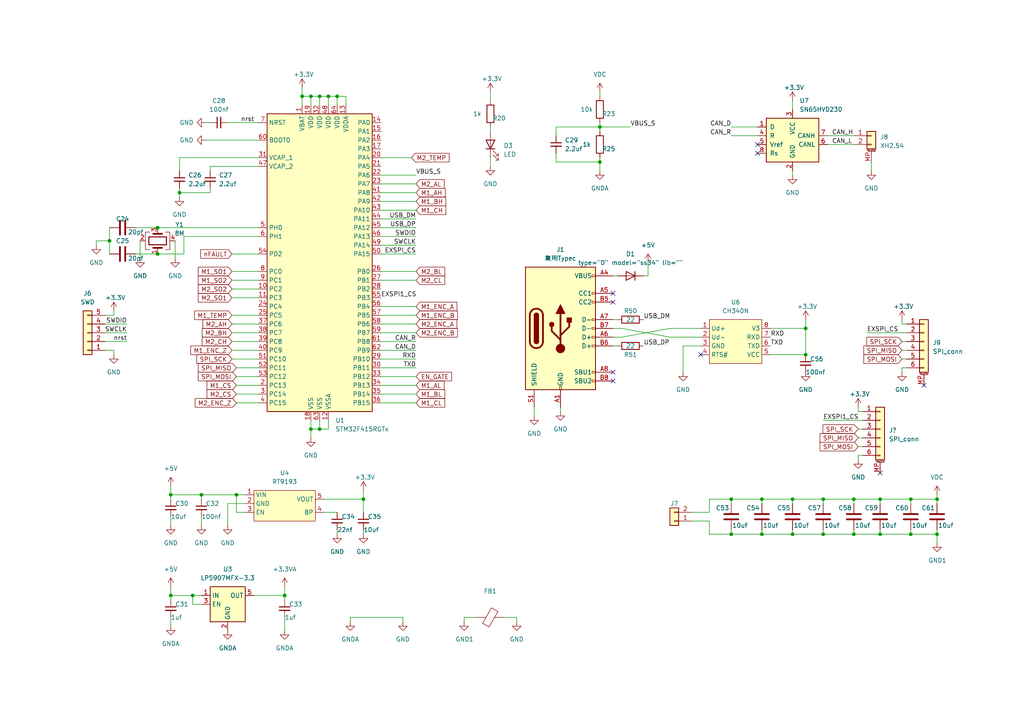
<source format=kicad_sch>
(kicad_sch (version 20211123) (generator eeschema)
  (paper "A4")
  (lib_symbols
    (symbol "Connector:USB_C_Receptacle_USB2.0" (pin_names (offset 1.016))
      (property "Reference" "J" (at -10.16 19.05 0))
      (property "Value" "USB_C_Receptacle_USB2.0" (at 19.05 19.05 0))
      (symbol "USB_C_Receptacle_USB2.0_1_1"
        (pin passive line (at 0 -22.86 90) (length 5.08) (name "GND") (number "A1"))
        (pin passive line (at 0 -22.86 90) (length 5.08) hide (name "GND") (number "A12"))
        (pin passive line (at 15.24 15.24 180) (length 5.08) (name "VBUS") (number "A4"))
        (pin bidirectional line (at 15.24 10.16 180) (length 5.08) (name "CC1") (number "A5"))
        (pin bidirectional line (at 15.24 -2.54 180) (length 5.08) (name "D+") (number "A6"))
        (pin bidirectional line (at 15.24 2.54 180) (length 5.08) (name "D-") (number "A7"))
        (pin bidirectional line (at 15.24 -12.7 180) (length 5.08) (name "SBU1") (number "A8"))
        (pin passive line (at 15.24 15.24 180) (length 5.08) hide (name "VBUS") (number "A9"))
        (pin passive line (at 0 -22.86 90) (length 5.08) hide (name "GND") (number "B1"))
        (pin passive line (at 0 -22.86 90) (length 5.08) hide (name "GND") (number "B12"))
        (pin passive line (at 15.24 15.24 180) (length 5.08) hide (name "VBUS") (number "B4"))
        (pin bidirectional line (at 15.24 7.62 180) (length 5.08) (name "CC2") (number "B5"))
        (pin bidirectional line (at 15.24 -5.08 180) (length 5.08) (name "D+") (number "B6"))
        (pin bidirectional line (at 15.24 0 180) (length 5.08) (name "D-") (number "B7"))
        (pin bidirectional line (at 15.24 -15.24 180) (length 5.08) (name "SBU2") (number "B8"))
        (pin passive line (at 15.24 15.24 180) (length 5.08) hide (name "VBUS") (number "B9"))
        (pin passive line (at -7.62 -22.86 90) (length 5.08) (name "SHIELD") (number "S1"))
      )
    )
    (symbol "Connector_Generic:Conn_01x02" (pin_names (offset 1.016) hide)
      (property "Reference" "J" (at 0 2.54 0))
      (property "Value" "Conn_01x02" (at 0 -5.08 0))
      (symbol "Conn_01x02_1_1"
        (pin passive line (at -5.08 0 0) (length 3.81) (name "Pin_1") (number "1"))
        (pin passive line (at -5.08 -2.54 0) (length 3.81) (name "Pin_2") (number "2"))
      )
    )
    (symbol "Connector_Generic:Conn_01x05" (pin_names (offset 1.016) hide)
      (property "Reference" "J" (at 0 7.62 0))
      (property "Value" "Conn_01x05" (at 0 -7.62 0))
      (symbol "Conn_01x05_1_1"
        (pin passive line (at -5.08 5.08 0) (length 3.81) (name "Pin_1") (number "1"))
        (pin passive line (at -5.08 2.54 0) (length 3.81) (name "Pin_2") (number "2"))
        (pin passive line (at -5.08 0 0) (length 3.81) (name "Pin_3") (number "3"))
        (pin passive line (at -5.08 -2.54 0) (length 3.81) (name "Pin_4") (number "4"))
        (pin passive line (at -5.08 -5.08 0) (length 3.81) (name "Pin_5") (number "5"))
      )
    )
    (symbol "Connector_Generic_MountingPin:Conn_01x02_MountingPin" (pin_names (offset 1.016) hide)
      (property "Reference" "J" (at 0 2.54 0))
      (property "Value" "Conn_01x02_MountingPin" (at 1.27 -5.08 0))
      (symbol "Conn_01x02_MountingPin_1_1"
        (text "Mounting" (at 0 -4.191 0) (effects (font (size 0.381 0.381))))
        (pin passive line (at -5.08 0 0) (length 3.81) (name "Pin_1") (number "1"))
        (pin passive line (at -5.08 -2.54 0) (length 3.81) (name "Pin_2") (number "2"))
        (pin passive line (at 0 -7.62 90) (length 3.048) (name "MountPin") (number "MP"))
      )
    )
    (symbol "Connector_Generic_MountingPin:Conn_01x06_MountingPin" (pin_names (offset 1.016) hide)
      (property "Reference" "J" (at 0 7.62 0))
      (property "Value" "Conn_01x06_MountingPin" (at 1.27 -10.16 0))
      (symbol "Conn_01x06_MountingPin_1_1"
        (text "Mounting" (at 0 -9.271 0) (effects (font (size 0.381 0.381))))
        (pin passive line (at -5.08 5.08 0) (length 3.81) (name "Pin_1") (number "1"))
        (pin passive line (at -5.08 2.54 0) (length 3.81) (name "Pin_2") (number "2"))
        (pin passive line (at -5.08 0 0) (length 3.81) (name "Pin_3") (number "3"))
        (pin passive line (at -5.08 -2.54 0) (length 3.81) (name "Pin_4") (number "4"))
        (pin passive line (at -5.08 -5.08 0) (length 3.81) (name "Pin_5") (number "5"))
        (pin passive line (at -5.08 -7.62 0) (length 3.81) (name "Pin_6") (number "6"))
        (pin passive line (at 0 -12.7 90) (length 3.048) (name "MountPin") (number "MP"))
      )
    )
    (symbol "Device:C" (pin_numbers hide) (pin_names (offset 0.254))
      (property "Reference" "C" (at 0.635 2.54 0))
      (property "Value" "C" (at 0.635 -2.54 0))
      (symbol "C_1_1"
        (pin passive line (at 0 3.81 270) (length 2.794) (name "~") (number "1"))
        (pin passive line (at 0 -3.81 90) (length 2.794) (name "~") (number "2"))
      )
    )
    (symbol "Device:C_Small" (pin_numbers hide) (pin_names (offset 0.254) hide)
      (property "Reference" "C" (at 0.254 1.778 0))
      (property "Value" "C_Small" (at 0.254 -2.032 0))
      (symbol "C_Small_1_1"
        (pin passive line (at 0 2.54 270) (length 2.032) (name "~") (number "1"))
        (pin passive line (at 0 -2.54 90) (length 2.032) (name "~") (number "2"))
      )
    )
    (symbol "Device:Crystal_GND24" (pin_names (offset 1.016) hide)
      (property "Reference" "Y" (at 3.175 5.08 0))
      (property "Value" "Crystal_GND24" (at 3.175 3.175 0))
      (symbol "Crystal_GND24_1_1"
        (pin passive line (at -3.81 0 0) (length 1.27) (name "1") (number "1"))
        (pin passive line (at 0 5.08 270) (length 1.27) (name "2") (number "2"))
        (pin passive line (at 3.81 0 180) (length 1.27) (name "3") (number "3"))
        (pin passive line (at 0 -5.08 90) (length 1.27) (name "4") (number "4"))
      )
    )
    (symbol "Device:FerriteBead" (pin_numbers hide) (pin_names (offset 0))
      (property "Reference" "FB" (at -3.81 0.635 90))
      (property "Value" "FerriteBead" (at 3.81 0 90))
      (symbol "FerriteBead_1_1"
        (pin passive line (at 0 3.81 270) (length 2.54) (name "~") (number "1"))
        (pin passive line (at 0 -3.81 90) (length 2.54) (name "~") (number "2"))
      )
    )
    (symbol "Device:LED" (pin_numbers hide) (pin_names (offset 1.016) hide)
      (property "Reference" "D" (at 0 2.54 0))
      (property "Value" "LED" (at 0 -2.54 0))
      (symbol "LED_1_1"
        (pin passive line (at -3.81 0 0) (length 2.54) (name "K") (number "1"))
        (pin passive line (at 3.81 0 180) (length 2.54) (name "A") (number "2"))
      )
    )
    (symbol "Device:R" (pin_numbers hide) (pin_names (offset 0))
      (property "Reference" "R" (at 2.032 0 90))
      (property "Value" "R" (at 0 0 90))
      (symbol "R_1_1"
        (pin passive line (at 0 3.81 270) (length 1.27) (name "~") (number "1"))
        (pin passive line (at 0 -3.81 90) (length 1.27) (name "~") (number "2"))
      )
    )
    (symbol "Interface_CAN_LIN:SN65HVD230" (pin_names (offset 1.016))
      (property "Reference" "U" (at -2.54 10.16 0))
      (property "Value" "SN65HVD230" (at -2.54 7.62 0))
      (symbol "SN65HVD230_1_1"
        (pin input line (at -10.16 2.54 0) (length 2.54) (name "D") (number "1"))
        (pin power_in line (at 0 -10.16 90) (length 2.54) (name "GND") (number "2"))
        (pin power_in line (at 0 7.62 270) (length 2.54) (name "VCC") (number "3"))
        (pin output line (at -10.16 0 0) (length 2.54) (name "R") (number "4"))
        (pin output line (at -10.16 -2.54 0) (length 2.54) (name "Vref") (number "5"))
        (pin bidirectional line (at 10.16 -2.54 180) (length 2.54) (name "CANL") (number "6"))
        (pin bidirectional line (at 10.16 0 180) (length 2.54) (name "CANH") (number "7"))
        (pin input line (at -10.16 -5.08 0) (length 2.54) (name "Rs") (number "8"))
      )
    )
    (symbol "MCU_ST_STM32F4:STM32F415RGTx"
      (property "Reference" "U" (at -15.24 44.45 0))
      (property "Value" "STM32F415RGTx" (at 10.16 44.45 0))
      (symbol "STM32F415RGTx_1_1"
        (pin power_in line (at -5.08 45.72 270) (length 2.54) (name "VBAT") (number "1"))
        (pin bidirectional line (at -17.78 -7.62 0) (length 2.54) (name "PC2") (number "10"))
        (pin bidirectional line (at -17.78 -10.16 0) (length 2.54) (name "PC3") (number "11"))
        (pin power_in line (at 2.54 -45.72 90) (length 2.54) (name "VSSA") (number "12"))
        (pin power_in line (at 7.62 45.72 270) (length 2.54) (name "VDDA") (number "13"))
        (pin bidirectional line (at 17.78 40.64 180) (length 2.54) (name "PA0") (number "14"))
        (pin bidirectional line (at 17.78 38.1 180) (length 2.54) (name "PA1") (number "15"))
        (pin bidirectional line (at 17.78 35.56 180) (length 2.54) (name "PA2") (number "16"))
        (pin bidirectional line (at 17.78 33.02 180) (length 2.54) (name "PA3") (number "17"))
        (pin power_in line (at -2.54 -45.72 90) (length 2.54) (name "VSS") (number "18"))
        (pin power_in line (at -2.54 45.72 270) (length 2.54) (name "VDD") (number "19"))
        (pin bidirectional line (at -17.78 -35.56 0) (length 2.54) (name "PC13") (number "2"))
        (pin bidirectional line (at 17.78 30.48 180) (length 2.54) (name "PA4") (number "20"))
        (pin bidirectional line (at 17.78 27.94 180) (length 2.54) (name "PA5") (number "21"))
        (pin bidirectional line (at 17.78 25.4 180) (length 2.54) (name "PA6") (number "22"))
        (pin bidirectional line (at 17.78 22.86 180) (length 2.54) (name "PA7") (number "23"))
        (pin bidirectional line (at -17.78 -12.7 0) (length 2.54) (name "PC4") (number "24"))
        (pin bidirectional line (at -17.78 -15.24 0) (length 2.54) (name "PC5") (number "25"))
        (pin bidirectional line (at 17.78 -2.54 180) (length 2.54) (name "PB0") (number "26"))
        (pin bidirectional line (at 17.78 -5.08 180) (length 2.54) (name "PB1") (number "27"))
        (pin bidirectional line (at 17.78 -7.62 180) (length 2.54) (name "PB2") (number "28"))
        (pin bidirectional line (at 17.78 -27.94 180) (length 2.54) (name "PB10") (number "29"))
        (pin bidirectional line (at -17.78 -38.1 0) (length 2.54) (name "PC14") (number "3"))
        (pin bidirectional line (at 17.78 -30.48 180) (length 2.54) (name "PB11") (number "30"))
        (pin power_in line (at -17.78 30.48 0) (length 2.54) (name "VCAP_1") (number "31"))
        (pin power_in line (at 0 45.72 270) (length 2.54) (name "VDD") (number "32"))
        (pin bidirectional line (at 17.78 -33.02 180) (length 2.54) (name "PB12") (number "33"))
        (pin bidirectional line (at 17.78 -35.56 180) (length 2.54) (name "PB13") (number "34"))
        (pin bidirectional line (at 17.78 -38.1 180) (length 2.54) (name "PB14") (number "35"))
        (pin bidirectional line (at 17.78 -40.64 180) (length 2.54) (name "PB15") (number "36"))
        (pin bidirectional line (at -17.78 -17.78 0) (length 2.54) (name "PC6") (number "37"))
        (pin bidirectional line (at -17.78 -20.32 0) (length 2.54) (name "PC7") (number "38"))
        (pin bidirectional line (at -17.78 -22.86 0) (length 2.54) (name "PC8") (number "39"))
        (pin bidirectional line (at -17.78 -40.64 0) (length 2.54) (name "PC15") (number "4"))
        (pin bidirectional line (at -17.78 -25.4 0) (length 2.54) (name "PC9") (number "40"))
        (pin bidirectional line (at 17.78 20.32 180) (length 2.54) (name "PA8") (number "41"))
        (pin bidirectional line (at 17.78 17.78 180) (length 2.54) (name "PA9") (number "42"))
        (pin bidirectional line (at 17.78 15.24 180) (length 2.54) (name "PA10") (number "43"))
        (pin bidirectional line (at 17.78 12.7 180) (length 2.54) (name "PA11") (number "44"))
        (pin bidirectional line (at 17.78 10.16 180) (length 2.54) (name "PA12") (number "45"))
        (pin bidirectional line (at 17.78 7.62 180) (length 2.54) (name "PA13") (number "46"))
        (pin power_in line (at -17.78 27.94 0) (length 2.54) (name "VCAP_2") (number "47"))
        (pin power_in line (at 2.54 45.72 270) (length 2.54) (name "VDD") (number "48"))
        (pin bidirectional line (at 17.78 5.08 180) (length 2.54) (name "PA14") (number "49"))
        (pin input line (at -17.78 10.16 0) (length 2.54) (name "PH0") (number "5"))
        (pin bidirectional line (at 17.78 2.54 180) (length 2.54) (name "PA15") (number "50"))
        (pin bidirectional line (at -17.78 -27.94 0) (length 2.54) (name "PC10") (number "51"))
        (pin bidirectional line (at -17.78 -30.48 0) (length 2.54) (name "PC11") (number "52"))
        (pin bidirectional line (at -17.78 -33.02 0) (length 2.54) (name "PC12") (number "53"))
        (pin bidirectional line (at -17.78 2.54 0) (length 2.54) (name "PD2") (number "54"))
        (pin bidirectional line (at 17.78 -10.16 180) (length 2.54) (name "PB3") (number "55"))
        (pin bidirectional line (at 17.78 -12.7 180) (length 2.54) (name "PB4") (number "56"))
        (pin bidirectional line (at 17.78 -15.24 180) (length 2.54) (name "PB5") (number "57"))
        (pin bidirectional line (at 17.78 -17.78 180) (length 2.54) (name "PB6") (number "58"))
        (pin bidirectional line (at 17.78 -20.32 180) (length 2.54) (name "PB7") (number "59"))
        (pin input line (at -17.78 7.62 0) (length 2.54) (name "PH1") (number "6"))
        (pin input line (at -17.78 35.56 0) (length 2.54) (name "BOOT0") (number "60"))
        (pin bidirectional line (at 17.78 -22.86 180) (length 2.54) (name "PB8") (number "61"))
        (pin bidirectional line (at 17.78 -25.4 180) (length 2.54) (name "PB9") (number "62"))
        (pin power_in line (at 0 -45.72 90) (length 2.54) (name "VSS") (number "63"))
        (pin power_in line (at 5.08 45.72 270) (length 2.54) (name "VDD") (number "64"))
        (pin input line (at -17.78 40.64 0) (length 2.54) (name "NRST") (number "7"))
        (pin bidirectional line (at -17.78 -2.54 0) (length 2.54) (name "PC0") (number "8"))
        (pin bidirectional line (at -17.78 -5.08 0) (length 2.54) (name "PC1") (number "9"))
      )
    )
    (symbol "New_Library:CH340N"
      (property "Reference" "U" (at 0 -7.62 0))
      (property "Value" "CH340N" (at 0 10.16 0))
      (symbol "CH340N_1_1"
        (pin input line (at -10.16 5.08 0) (length 2.54) (name "Ud+") (number "1"))
        (pin input line (at -10.16 2.54 0) (length 2.54) (name "Ud-") (number "2"))
        (pin power_in line (at -10.16 0 0) (length 2.54) (name "GND") (number "3"))
        (pin output line (at -10.16 -2.54 0) (length 2.54) (name "RTS#") (number "4"))
        (pin power_in line (at 10.16 -2.54 180) (length 2.54) (name "VCC") (number "5"))
        (pin output line (at 10.16 0 180) (length 2.54) (name "TXD") (number "6"))
        (pin output line (at 10.16 2.54 180) (length 2.54) (name "RXD") (number "7"))
        (pin input line (at 10.16 5.08 180) (length 2.54) (name "V3") (number "8"))
      )
    )
    (symbol "New_Library:RT9193"
      (property "Reference" "U" (at 0.127 -7.62 0))
      (property "Value" "RT9193" (at 0 7.239 0))
      (symbol "RT9193_1_1"
        (pin input line (at -11.43 3.81 0) (length 2.54) (name "VIN") (number "1"))
        (pin input line (at -11.43 1.27 0) (length 2.54) (name "GND") (number "2"))
        (pin input line (at -11.43 -1.27 0) (length 2.54) (name "EN") (number "3"))
        (pin output line (at 11.43 -1.27 180) (length 2.54) (name "BP") (number "4"))
        (pin output line (at 11.43 2.54 180) (length 2.54) (name "VOUT") (number "5"))
      )
    )
    (symbol "Regulator_Linear:LP5907MFX-3.3"
      (property "Reference" "U" (at -3.81 6.35 0))
      (property "Value" "LP5907MFX-3.3" (at 6.35 6.35 0))
      (symbol "LP5907MFX-3.3_0_1"
        (pin power_in line (at -7.62 2.54 0) (length 2.54) (name "IN") (number "1"))
        (pin power_in line (at 0 -7.62 90) (length 2.54) (name "GND") (number "2"))
        (pin input line (at -7.62 0 0) (length 2.54) (name "EN") (number "3"))
        (pin no_connect line (at 5.08 0 180) (length 2.54) hide (name "NC") (number "4"))
        (pin power_out line (at 7.62 2.54 180) (length 2.54) (name "OUT") (number "5"))
      )
    )
    (symbol "Simulation_SPICE:DIODE" (pin_numbers hide) (pin_names (offset 1.016) hide)
      (property "Reference" "D" (at 0 2.54 0))
      (property "Value" "DIODE" (at 0 -2.54 0))
      (symbol "DIODE_1_1"
        (pin passive line (at -3.81 0 0) (length 2.54) (name "A") (number "1"))
        (pin passive line (at 3.81 0 180) (length 2.54) (name "K") (number "2"))
      )
    )
    (symbol "power:+3.3V" (power) (pin_names (offset 0))
      (property "Value" "+3.3V" (at 0 3.556 0))
      (symbol "+3.3V_1_1"
        (pin power_in line (at 0 0 90) (length 0) hide (name "+3.3V") (number "1"))
      )
    )
    (symbol "power:+3.3VA" (power) (pin_names (offset 0))
      (property "Value" "+3.3VA" (at 0 3.556 0))
      (symbol "+3.3VA_1_1"
        (pin power_in line (at 0 0 90) (length 0) hide (name "+3.3VA") (number "1"))
      )
    )
    (symbol "power:+5V" (power) (pin_names (offset 0))
      (property "Value" "+5V" (at 0 3.556 0))
      (symbol "+5V_1_1"
        (pin power_in line (at 0 0 90) (length 0) hide (name "+5V") (number "1"))
      )
    )
    (symbol "power:GND" (power) (pin_names (offset 0))
      (property "Value" "GND" (at 0 -3.81 0))
      (symbol "GND_1_1"
        (pin power_in line (at 0 0 270) (length 0) hide (name "GND") (number "1"))
      )
    )
    (symbol "power:GND1" (power) (pin_names (offset 0))
      (property "Value" "GND1" (at 0 -3.81 0))
      (symbol "GND1_1_1"
        (pin power_in line (at 0 0 270) (length 0) hide (name "GND1") (number "1"))
      )
    )
    (symbol "power:GNDA" (power) (pin_names (offset 0))
      (property "Value" "GNDA" (at 0 -3.81 0))
      (symbol "GNDA_1_1"
        (pin power_in line (at 0 0 270) (length 0) hide (name "GNDA") (number "1"))
      )
    )
    (symbol "power:VDC" (power) (pin_names (offset 0))
      (property "Value" "VDC" (at 0 6.35 0))
      (symbol "VDC_1_1"
        (pin power_in line (at 0 0 90) (length 0) hide (name "VDC") (number "1"))
      )
    )
  )
  (junction (at 95.25 27.94))
  (junction (at 212.09 144.78))
  (junction (at 255.27 154.94))
  (junction (at 45.72 73.66))
  (junction (at 97.79 27.94))
  (junction (at 45.72 66.04))
  (junction (at 264.16 154.94))
  (junction (at 87.63 27.94))
  (junction (at 238.76 154.94))
  (junction (at 271.78 154.94))
  (junction (at 31.75 69.85))
  (junction (at 229.87 154.94))
  (junction (at 220.98 144.78))
  (junction (at 271.78 144.78))
  (junction (at 247.65 154.94))
  (junction (at 55.88 172.72))
  (junction (at 233.68 102.87))
  (junction (at 105.41 144.78))
  (junction (at 49.53 172.72))
  (junction (at 233.68 95.25))
  (junction (at 173.99 46.99))
  (junction (at 82.55 172.72))
  (junction (at 229.87 144.78))
  (junction (at 212.09 154.94))
  (junction (at 92.71 27.94))
  (junction (at 90.17 124.46))
  (junction (at 220.98 154.94))
  (junction (at 255.27 144.78))
  (junction (at 238.76 144.78))
  (junction (at 247.65 144.78))
  (junction (at 90.17 27.94))
  (junction (at 264.16 144.78))
  (junction (at 173.99 36.83))
  (junction (at 68.58 143.51))
  (junction (at 92.71 124.46))
  (junction (at 58.42 143.51))
  (junction (at 52.07 55.88))
  (junction (at 49.53 143.51))
  (no_connect (at 219.71 44.45))
  (no_connect (at 219.71 41.91))
  (no_connect (at 255.27 137.16))
  (no_connect (at 267.97 111.76))
  (no_connect (at 177.8 107.95))
  (no_connect (at 203.2 102.87))
  (no_connect (at 177.8 87.63))
  (no_connect (at 177.8 110.49))
  (no_connect (at 177.8 85.09))
  (wire (pts (xy 58.42 149.86) (xy 58.42 152.4)))
  (wire (pts (xy 87.63 27.94) (xy 87.63 30.48)))
  (wire (pts (xy 198.12 100.33) (xy 198.12 107.95)))
  (wire (pts (xy 238.76 154.94) (xy 247.65 154.94)))
  (wire (pts (xy 33.02 90.17) (xy 33.02 91.44)))
  (wire (pts (xy 67.31 93.98) (xy 74.93 93.98)))
  (wire (pts (xy 271.78 144.78) (xy 264.16 144.78)))
  (wire (pts (xy 205.74 154.94) (xy 212.09 154.94)))
  (wire (pts (xy 238.76 121.92) (xy 250.19 121.92)))
  (wire (pts (xy 252.73 49.53) (xy 252.73 46.99)))
  (wire (pts (xy 67.31 73.66) (xy 74.93 73.66)))
  (wire (pts (xy 120.65 78.74) (xy 110.49 78.74)))
  (wire (pts (xy 177.8 80.01) (xy 179.07 80.01)))
  (wire (pts (xy 52.07 55.88) (xy 60.96 55.88)))
  (wire (pts (xy 120.65 55.88) (xy 110.49 55.88)))
  (wire (pts (xy 87.63 25.4) (xy 87.63 27.94)))
  (wire (pts (xy 255.27 153.67) (xy 255.27 154.94)))
  (wire (pts (xy 97.79 153.67) (xy 97.79 154.94)))
  (wire (pts (xy 247.65 154.94) (xy 255.27 154.94)))
  (wire (pts (xy 58.42 172.72) (xy 55.88 172.72)))
  (wire (pts (xy 53.34 68.58) (xy 53.34 73.66)))
  (wire (pts (xy 120.65 93.98) (xy 110.49 93.98)))
  (wire (pts (xy 67.31 86.36) (xy 74.93 86.36)))
  (wire (pts (xy 68.58 114.3) (xy 74.93 114.3)))
  (wire (pts (xy 67.31 101.6) (xy 74.93 101.6)))
  (wire (pts (xy 120.65 116.84) (xy 110.49 116.84)))
  (wire (pts (xy 120.65 63.5) (xy 110.49 63.5)))
  (wire (pts (xy 67.31 83.82) (xy 74.93 83.82)))
  (wire (pts (xy 173.99 46.99) (xy 173.99 49.53)))
  (wire (pts (xy 90.17 30.48) (xy 90.17 27.94)))
  (wire (pts (xy 271.78 143.51) (xy 271.78 144.78)))
  (wire (pts (xy 248.92 119.38) (xy 248.92 118.11)))
  (wire (pts (xy 238.76 144.78) (xy 229.87 144.78)))
  (wire (pts (xy 194.31 97.79) (xy 203.2 97.79)))
  (wire (pts (xy 71.12 146.05) (xy 66.04 146.05)))
  (wire (pts (xy 49.53 149.86) (xy 49.53 152.4)))
  (wire (pts (xy 261.62 101.6) (xy 262.89 101.6)))
  (wire (pts (xy 119.38 45.72) (xy 110.49 45.72)))
  (wire (pts (xy 264.16 144.78) (xy 264.16 146.05)))
  (wire (pts (xy 33.02 101.6) (xy 33.02 102.87)))
  (wire (pts (xy 264.16 154.94) (xy 271.78 154.94)))
  (wire (pts (xy 120.65 66.04) (xy 110.49 66.04)))
  (wire (pts (xy 161.29 39.37) (xy 161.29 36.83)))
  (wire (pts (xy 255.27 144.78) (xy 247.65 144.78)))
  (wire (pts (xy 49.53 172.72) (xy 49.53 173.99)))
  (wire (pts (xy 161.29 46.99) (xy 161.29 44.45)))
  (wire (pts (xy 261.62 93.98) (xy 261.62 92.71)))
  (wire (pts (xy 39.37 73.66) (xy 45.72 73.66)))
  (wire (pts (xy 271.78 157.48) (xy 271.78 154.94)))
  (wire (pts (xy 74.93 48.26) (xy 60.96 48.26)))
  (wire (pts (xy 251.46 96.52) (xy 262.89 96.52)))
  (wire (pts (xy 36.83 99.06) (xy 30.48 99.06)))
  (wire (pts (xy 120.65 58.42) (xy 110.49 58.42)))
  (wire (pts (xy 49.53 143.51) (xy 49.53 140.97)))
  (wire (pts (xy 261.62 106.68) (xy 261.62 107.95)))
  (wire (pts (xy 101.6 179.07) (xy 101.6 180.34)))
  (wire (pts (xy 90.17 121.92) (xy 90.17 124.46)))
  (wire (pts (xy 134.62 179.07) (xy 138.43 179.07)))
  (wire (pts (xy 177.8 92.71) (xy 179.07 92.71)))
  (wire (pts (xy 120.65 109.22) (xy 110.49 109.22)))
  (wire (pts (xy 68.58 106.68) (xy 74.93 106.68)))
  (wire (pts (xy 71.12 148.59) (xy 68.58 148.59)))
  (wire (pts (xy 229.87 29.21) (xy 229.87 31.75)))
  (wire (pts (xy 120.65 96.52) (xy 110.49 96.52)))
  (wire (pts (xy 173.99 45.72) (xy 173.99 46.99)))
  (wire (pts (xy 67.31 78.74) (xy 74.93 78.74)))
  (wire (pts (xy 262.89 106.68) (xy 261.62 106.68)))
  (wire (pts (xy 97.79 27.94) (xy 95.25 27.94)))
  (wire (pts (xy 120.65 73.66) (xy 110.49 73.66)))
  (wire (pts (xy 223.52 102.87) (xy 233.68 102.87)))
  (wire (pts (xy 50.8 69.85) (xy 50.8 74.93)))
  (wire (pts (xy 120.65 99.06) (xy 110.49 99.06)))
  (wire (pts (xy 261.62 104.14) (xy 262.89 104.14)))
  (wire (pts (xy 58.42 143.51) (xy 58.42 144.78)))
  (wire (pts (xy 105.41 144.78) (xy 105.41 148.59)))
  (wire (pts (xy 154.94 118.11) (xy 154.94 120.65)))
  (wire (pts (xy 105.41 142.24) (xy 105.41 144.78)))
  (wire (pts (xy 205.74 148.59) (xy 205.74 144.78)))
  (wire (pts (xy 187.96 76.2) (xy 187.96 80.01)))
  (wire (pts (xy 58.42 143.51) (xy 49.53 143.51)))
  (wire (pts (xy 71.12 143.51) (xy 68.58 143.51)))
  (wire (pts (xy 220.98 153.67) (xy 220.98 154.94)))
  (wire (pts (xy 97.79 30.48) (xy 97.79 27.94)))
  (wire (pts (xy 173.99 46.99) (xy 161.29 46.99)))
  (wire (pts (xy 36.83 93.98) (xy 30.48 93.98)))
  (wire (pts (xy 97.79 27.94) (xy 100.33 27.94)))
  (wire (pts (xy 120.65 101.6) (xy 110.49 101.6)))
  (wire (pts (xy 59.69 40.64) (xy 74.93 40.64)))
  (wire (pts (xy 59.69 35.56) (xy 60.96 35.56)))
  (wire (pts (xy 27.94 71.12) (xy 27.94 69.85)))
  (wire (pts (xy 66.04 146.05) (xy 66.04 152.4)))
  (wire (pts (xy 264.16 153.67) (xy 264.16 154.94)))
  (wire (pts (xy 250.19 119.38) (xy 248.92 119.38)))
  (wire (pts (xy 110.49 88.9) (xy 120.65 88.9)))
  (wire (pts (xy 229.87 154.94) (xy 220.98 154.94)))
  (wire (pts (xy 120.65 68.58) (xy 110.49 68.58)))
  (wire (pts (xy 262.89 93.98) (xy 261.62 93.98)))
  (wire (pts (xy 173.99 36.83) (xy 173.99 38.1)))
  (wire (pts (xy 31.75 69.85) (xy 31.75 73.66)))
  (wire (pts (xy 229.87 154.94) (xy 238.76 154.94)))
  (wire (pts (xy 233.68 92.71) (xy 233.68 95.25)))
  (wire (pts (xy 134.62 179.07) (xy 134.62 180.34)))
  (wire (pts (xy 90.17 27.94) (xy 87.63 27.94)))
  (wire (pts (xy 52.07 55.88) (xy 52.07 54.61)))
  (wire (pts (xy 74.93 45.72) (xy 52.07 45.72)))
  (wire (pts (xy 82.55 170.18) (xy 82.55 172.72)))
  (wire (pts (xy 149.86 180.34) (xy 149.86 179.07)))
  (wire (pts (xy 55.88 175.26) (xy 55.88 172.72)))
  (wire (pts (xy 95.25 30.48) (xy 95.25 27.94)))
  (wire (pts (xy 67.31 99.06) (xy 74.93 99.06)))
  (wire (pts (xy 240.03 41.91) (xy 247.65 41.91)))
  (wire (pts (xy 229.87 146.05) (xy 229.87 144.78)))
  (wire (pts (xy 229.87 144.78) (xy 220.98 144.78)))
  (wire (pts (xy 248.92 127) (xy 250.19 127)))
  (wire (pts (xy 39.37 66.04) (xy 45.72 66.04)))
  (wire (pts (xy 58.42 143.51) (xy 68.58 143.51)))
  (wire (pts (xy 101.6 179.07) (xy 116.84 179.07)))
  (wire (pts (xy 120.65 50.8) (xy 110.49 50.8)))
  (wire (pts (xy 212.09 146.05) (xy 212.09 144.78)))
  (wire (pts (xy 248.92 124.46) (xy 250.19 124.46)))
  (wire (pts (xy 67.31 81.28) (xy 74.93 81.28)))
  (wire (pts (xy 248.92 129.54) (xy 250.19 129.54)))
  (wire (pts (xy 149.86 179.07) (xy 146.05 179.07)))
  (wire (pts (xy 31.75 66.04) (xy 31.75 69.85)))
  (wire (pts (xy 255.27 146.05) (xy 255.27 144.78)))
  (wire (pts (xy 120.65 60.96) (xy 110.49 60.96)))
  (wire (pts (xy 92.71 121.92) (xy 92.71 124.46)))
  (wire (pts (xy 68.58 111.76) (xy 74.93 111.76)))
  (wire (pts (xy 93.98 148.59) (xy 97.79 148.59)))
  (wire (pts (xy 53.34 68.58) (xy 74.93 68.58)))
  (wire (pts (xy 180.34 95.25) (xy 177.8 95.25)))
  (wire (pts (xy 142.24 48.26) (xy 142.24 45.72)))
  (wire (pts (xy 247.65 144.78) (xy 247.65 146.05)))
  (wire (pts (xy 120.65 53.34) (xy 110.49 53.34)))
  (wire (pts (xy 205.74 151.13) (xy 205.74 154.94)))
  (wire (pts (xy 73.66 172.72) (xy 82.55 172.72)))
  (wire (pts (xy 55.88 172.72) (xy 49.53 172.72)))
  (wire (pts (xy 271.78 153.67) (xy 271.78 154.94)))
  (wire (pts (xy 68.58 116.84) (xy 74.93 116.84)))
  (wire (pts (xy 173.99 26.67) (xy 173.99 27.94)))
  (wire (pts (xy 68.58 148.59) (xy 68.58 143.51)))
  (wire (pts (xy 92.71 30.48) (xy 92.71 27.94)))
  (wire (pts (xy 40.64 69.85) (xy 40.64 74.93)))
  (wire (pts (xy 58.42 175.26) (xy 55.88 175.26)))
  (wire (pts (xy 180.34 97.79) (xy 177.8 97.79)))
  (wire (pts (xy 212.09 39.37) (xy 219.71 39.37)))
  (wire (pts (xy 212.09 153.67) (xy 212.09 154.94)))
  (wire (pts (xy 271.78 146.05) (xy 271.78 144.78)))
  (wire (pts (xy 200.66 151.13) (xy 205.74 151.13)))
  (wire (pts (xy 187.96 80.01) (xy 186.69 80.01)))
  (wire (pts (xy 233.68 95.25) (xy 233.68 102.87)))
  (wire (pts (xy 223.52 95.25) (xy 233.68 95.25)))
  (wire (pts (xy 205.74 144.78) (xy 212.09 144.78)))
  (wire (pts (xy 95.25 124.46) (xy 92.71 124.46)))
  (wire (pts (xy 45.72 73.66) (xy 53.34 73.66)))
  (wire (pts (xy 220.98 144.78) (xy 212.09 144.78)))
  (wire (pts (xy 203.2 100.33) (xy 198.12 100.33)))
  (wire (pts (xy 194.31 95.25) (xy 203.2 95.25)))
  (wire (pts (xy 67.31 96.52) (xy 74.93 96.52)))
  (wire (pts (xy 240.03 39.37) (xy 247.65 39.37)))
  (wire (pts (xy 49.53 179.07) (xy 49.53 181.61)))
  (wire (pts (xy 68.58 109.22) (xy 74.93 109.22)))
  (wire (pts (xy 220.98 154.94) (xy 212.09 154.94)))
  (wire (pts (xy 95.25 121.92) (xy 95.25 124.46)))
  (wire (pts (xy 247.65 144.78) (xy 238.76 144.78)))
  (wire (pts (xy 248.92 132.08) (xy 248.92 133.35)))
  (wire (pts (xy 30.48 101.6) (xy 33.02 101.6)))
  (wire (pts (xy 116.84 180.34) (xy 116.84 179.07)))
  (wire (pts (xy 261.62 99.06) (xy 262.89 99.06)))
  (wire (pts (xy 238.76 153.67) (xy 238.76 154.94)))
  (wire (pts (xy 120.65 71.12) (xy 110.49 71.12)))
  (wire (pts (xy 100.33 30.48) (xy 100.33 27.94)))
  (wire (pts (xy 173.99 36.83) (xy 182.88 36.83)))
  (wire (pts (xy 27.94 69.85) (xy 31.75 69.85)))
  (wire (pts (xy 120.65 104.14) (xy 110.49 104.14)))
  (wire (pts (xy 161.29 36.83) (xy 173.99 36.83)))
  (wire (pts (xy 142.24 38.1) (xy 142.24 36.83)))
  (wire (pts (xy 264.16 144.78) (xy 255.27 144.78)))
  (wire (pts (xy 120.65 81.28) (xy 110.49 81.28)))
  (wire (pts (xy 220.98 146.05) (xy 220.98 144.78)))
  (wire (pts (xy 173.99 35.56) (xy 173.99 36.83)))
  (wire (pts (xy 45.72 66.04) (xy 74.93 66.04)))
  (wire (pts (xy 247.65 153.67) (xy 247.65 154.94)))
  (wire (pts (xy 200.66 148.59) (xy 205.74 148.59)))
  (wire (pts (xy 120.65 106.68) (xy 110.49 106.68)))
  (wire (pts (xy 90.17 124.46) (xy 90.17 127)))
  (wire (pts (xy 162.56 118.11) (xy 162.56 119.38)))
  (wire (pts (xy 49.53 143.51) (xy 49.53 144.78)))
  (wire (pts (xy 238.76 144.78) (xy 238.76 146.05)))
  (wire (pts (xy 52.07 45.72) (xy 52.07 49.53)))
  (wire (pts (xy 67.31 104.14) (xy 74.93 104.14)))
  (wire (pts (xy 33.02 91.44) (xy 30.48 91.44)))
  (wire (pts (xy 120.65 114.3) (xy 110.49 114.3)))
  (wire (pts (xy 212.09 36.83) (xy 219.71 36.83)))
  (wire (pts (xy 82.55 179.07) (xy 82.55 182.88)))
  (wire (pts (xy 36.83 96.52) (xy 30.48 96.52)))
  (wire (pts (xy 229.87 50.8) (xy 229.87 49.53)))
  (wire (pts (xy 95.25 27.94) (xy 92.71 27.94)))
  (wire (pts (xy 180.34 95.25) (xy 194.31 97.79)))
  (wire (pts (xy 92.71 124.46) (xy 90.17 124.46)))
  (wire (pts (xy 120.65 91.44) (xy 110.49 91.44)))
  (wire (pts (xy 250.19 132.08) (xy 248.92 132.08)))
  (wire (pts (xy 49.53 172.72) (xy 49.53 170.18)))
  (wire (pts (xy 92.71 27.94) (xy 90.17 27.94)))
  (wire (pts (xy 93.98 144.78) (xy 105.41 144.78)))
  (wire (pts (xy 180.34 97.79) (xy 194.31 95.25)))
  (wire (pts (xy 67.31 91.44) (xy 74.93 91.44)))
  (wire (pts (xy 52.07 55.88) (xy 52.07 57.15)))
  (wire (pts (xy 229.87 153.67) (xy 229.87 154.94)))
  (wire (pts (xy 120.65 111.76) (xy 110.49 111.76)))
  (wire (pts (xy 82.55 173.99) (xy 82.55 172.72)))
  (wire (pts (xy 66.04 35.56) (xy 74.93 35.56)))
  (wire (pts (xy 142.24 29.21) (xy 142.24 26.67)))
  (wire (pts (xy 255.27 154.94) (xy 264.16 154.94)))
  (wire (pts (xy 105.41 153.67) (xy 105.41 154.94)))
  (wire (pts (xy 179.07 100.33) (xy 177.8 100.33)))
  (wire (pts (xy 60.96 48.26) (xy 60.96 49.53)))
  (wire (pts (xy 60.96 55.88) (xy 60.96 54.61)))
  (label "nrst" (at 36.83 99.06 180))
  (label "RXD" (at 223.52 97.79 0))
  (label "TXD" (at 120.65 106.68 180))
  (label "CAN_H" (at 241.3 39.37 0))
  (label "SWCLK" (at 36.83 96.52 180))
  (label "CAN_R" (at 212.09 39.37 180))
  (label "CAN_R" (at 120.65 99.06 180))
  (label "CAN_D" (at 212.09 36.83 180))
  (label "EXSPI_CS" (at 120.65 73.66 180))
  (label "USB_DP" (at 120.65 66.04 180))
  (label "EXSPI_CS" (at 251.46 96.52 0))
  (label "SWDIO" (at 120.65 68.58 180))
  (label "CAN_D" (at 120.65 101.6 180))
  (label "VBUS_S" (at 182.88 36.83 0))
  (label "EXSPI1_CS" (at 110.49 86.36 0))
  (label "VBUS_S" (at 120.65 50.8 0))
  (label "nrst" (at 69.85 35.56 0))
  (label "SWDIO" (at 36.83 93.98 180))
  (label "USB_DP" (at 186.69 100.33 0))
  (label "USB_DM" (at 120.65 63.5 180))
  (label "SWCLK" (at 120.65 71.12 180))
  (label "RXD" (at 120.65 104.14 180))
  (label "CAN_L" (at 241.3 41.91 0))
  (label "EXSPI1_CS" (at 238.76 121.92 0))
  (label "TXD" (at 223.52 100.33 0))
  (label "USB_DM" (at 186.69 92.71 0))
  (global_label "SPI_SCK" (shape input) (at 248.92 124.46 180) (property "Intersheet References" "${INTERSHEET_REFS}" (effects hide)))
  (global_label "M1_AL" (shape input) (at 120.65 111.76 0) (property "Intersheet References" "${INTERSHEET_REFS}" (effects hide)))
  (global_label "M1_CS" (shape input) (at 68.58 111.76 180) (property "Intersheet References" "${INTERSHEET_REFS}" (effects hide)))
  (global_label "SPI_SCK" (shape input) (at 67.31 104.14 180) (property "Intersheet References" "${INTERSHEET_REFS}" (effects hide)))
  (global_label "M2_AL" (shape input) (at 120.65 53.34 0) (property "Intersheet References" "${INTERSHEET_REFS}" (effects hide)))
  (global_label "M1_CH" (shape input) (at 120.65 60.96 0) (property "Intersheet References" "${INTERSHEET_REFS}" (effects hide)))
  (global_label "SPI_MOSI" (shape input) (at 248.92 129.54 180) (property "Intersheet References" "${INTERSHEET_REFS}" (effects hide)))
  (global_label "M1_SO2" (shape input) (at 67.31 81.28 180) (property "Intersheet References" "${INTERSHEET_REFS}" (effects hide)))
  (global_label "M2_SO1" (shape input) (at 67.31 86.36 180) (property "Intersheet References" "${INTERSHEET_REFS}" (effects hide)))
  (global_label "nFAULT" (shape input) (at 67.31 73.66 180) (property "Intersheet References" "${INTERSHEET_REFS}" (effects hide)))
  (global_label "M2_CL" (shape input) (at 120.65 81.28 0) (property "Intersheet References" "${INTERSHEET_REFS}" (effects hide)))
  (global_label "M2_ENC_B" (shape input) (at 120.65 96.52 0) (property "Intersheet References" "${INTERSHEET_REFS}" (effects hide)))
  (global_label "M1_ENC_B" (shape input) (at 120.65 91.44 0) (property "Intersheet References" "${INTERSHEET_REFS}" (effects hide)))
  (global_label "M1_ENC_A" (shape input) (at 120.65 88.9 0) (property "Intersheet References" "${INTERSHEET_REFS}" (effects hide)))
  (global_label "M2_CS" (shape input) (at 68.58 114.3 180) (property "Intersheet References" "${INTERSHEET_REFS}" (effects hide)))
  (global_label "SPI_MOSI" (shape input) (at 68.58 109.22 180) (property "Intersheet References" "${INTERSHEET_REFS}" (effects hide)))
  (global_label "M1_AH" (shape input) (at 120.65 55.88 0) (property "Intersheet References" "${INTERSHEET_REFS}" (effects hide)))
  (global_label "M1_TEMP" (shape input) (at 67.31 91.44 180) (property "Intersheet References" "${INTERSHEET_REFS}" (effects hide)))
  (global_label "M1_CL" (shape input) (at 120.65 116.84 0) (property "Intersheet References" "${INTERSHEET_REFS}" (effects hide)))
  (global_label "M1_ENC_Z" (shape input) (at 67.31 101.6 180) (property "Intersheet References" "${INTERSHEET_REFS}" (effects hide)))
  (global_label "SPI_SCK" (shape input) (at 261.62 99.06 180) (property "Intersheet References" "${INTERSHEET_REFS}" (effects hide)))
  (global_label "M2_BL" (shape input) (at 120.65 78.74 0) (property "Intersheet References" "${INTERSHEET_REFS}" (effects hide)))
  (global_label "M2_BH" (shape input) (at 67.31 96.52 180) (property "Intersheet References" "${INTERSHEET_REFS}" (effects hide)))
  (global_label "M1_BL" (shape input) (at 120.65 114.3 0) (property "Intersheet References" "${INTERSHEET_REFS}" (effects hide)))
  (global_label "M2_AH" (shape input) (at 67.31 93.98 180) (property "Intersheet References" "${INTERSHEET_REFS}" (effects hide)))
  (global_label "M2_ENC_Z" (shape input) (at 68.58 116.84 180) (property "Intersheet References" "${INTERSHEET_REFS}" (effects hide)))
  (global_label "M1_BH" (shape input) (at 120.65 58.42 0) (property "Intersheet References" "${INTERSHEET_REFS}" (effects hide)))
  (global_label "M1_SO1" (shape input) (at 67.31 78.74 180) (property "Intersheet References" "${INTERSHEET_REFS}" (effects hide)))
  (global_label "SPI_MISO" (shape input) (at 261.62 101.6 180) (property "Intersheet References" "${INTERSHEET_REFS}" (effects hide)))
  (global_label "M2_CH" (shape input) (at 67.31 99.06 180) (property "Intersheet References" "${INTERSHEET_REFS}" (effects hide)))
  (global_label "SPI_MISO" (shape input) (at 68.58 106.68 180) (property "Intersheet References" "${INTERSHEET_REFS}" (effects hide)))
  (global_label "SPI_MISO" (shape input) (at 248.92 127 180) (property "Intersheet References" "${INTERSHEET_REFS}" (effects hide)))
  (global_label "M2_SO2" (shape input) (at 67.31 83.82 180) (property "Intersheet References" "${INTERSHEET_REFS}" (effects hide)))
  (global_label "SPI_MOSI" (shape input) (at 261.62 104.14 180) (property "Intersheet References" "${INTERSHEET_REFS}" (effects hide)))
  (global_label "M2_TEMP" (shape input) (at 119.38 45.72 0) (property "Intersheet References" "${INTERSHEET_REFS}" (effects hide)))
  (global_label "EN_GATE" (shape input) (at 120.65 109.22 0) (property "Intersheet References" "${INTERSHEET_REFS}" (effects hide)))
  (global_label "M2_ENC_A" (shape input) (at 120.65 93.98 0) (property "Intersheet References" "${INTERSHEET_REFS}" (effects hide)))
  (symbol (lib_id "power:GND") (at 252.73 49.53 0) (unit 1)
    (property "Reference" "#PWR0106" (effects hide))
    (property "Value" "GND" (at 252.73 54.61 0))
  )
  (symbol (lib_id "power:+5V") (at 49.53 140.97 0) (unit 1)
    (property "Reference" "#PWR052" (effects hide))
    (property "Value" "+5V" (at 49.53 135.89 0))
  )
  (symbol (lib_id "power:GNDA") (at 49.53 181.61 0) (unit 1)
    (property "Reference" "#PWR055" (effects hide))
    (property "Value" "GNDA" (at 49.53 186.69 0))
  )
  (symbol (lib_id "power:GND") (at 142.24 48.26 0) (unit 1)
    (property "Reference" "#PWR049" (effects hide))
    (property "Value" "GND" (at 142.24 53.34 0))
  )
  (symbol (lib_id "Device:C") (at 212.09 149.86 0) (unit 1)
    (property "Reference" "C53" (at 209.55 147.32 0))
    (property "Value" "10uf" (at 214.63 152.4 0))
    (property "Footprint" "Capacitor_SMD:C_1210_3225Metric" (effects hide))
  )
  (symbol (lib_id "Device:R") (at 182.88 92.71 90) (unit 1)
    (property "Reference" "R50" (at 182.88 90.17 90))
    (property "Value" "22" (at 182.88 92.71 90))
    (property "Footprint" "Resistor_SMD:R_0603_1608Metric" (effects hide))
  )
  (symbol (lib_id "New_Library:RT9193") (at 82.55 147.32 0) (unit 1)
    (property "Reference" "U4" (at 82.55 137.16 0))
    (property "Value" "RT9193" (at 82.55 139.7 0))
    (property "Footprint" "Package_TO_SOT_SMD:SOT-23-5" (effects hide))
  )
  (symbol (lib_id "power:+3.3V") (at 87.63 25.4 0) (unit 1)
    (property "Reference" "#PWR0112" (effects hide))
    (property "Value" "+3.3V" (at 85.09 21.59 0) (effects (justify left)))
  )
  (symbol (lib_id "Device:C") (at 220.98 149.86 0) (unit 1)
    (property "Reference" "C54" (at 218.44 147.32 0))
    (property "Value" "10uf" (at 223.52 152.4 0))
    (property "Footprint" "Capacitor_SMD:C_1210_3225Metric" (effects hide))
  )
  (symbol (lib_id "Connector_Generic:Conn_01x05") (at 25.4 96.52 180) (unit 1)
    (property "Reference" "J6" (at 25.4 85.09 0))
    (property "Value" "SWD" (at 25.4 87.63 0))
    (property "Footprint" "Connector_PinSocket_2.54mm:PinSocket_1x05_P2.54mm_Vertical" (effects hide))
  )
  (symbol (lib_id "power:GND") (at 27.94 71.12 0) (unit 1)
    (property "Reference" "#PWR040" (effects hide))
    (property "Value" "GND" (at 27.94 76.2 0))
  )
  (symbol (lib_id "Interface_CAN_LIN:SN65HVD230") (at 229.87 39.37 0) (unit 1)
    (property "Reference" "U7" (at 231.8894 29.21 0) (effects (justify left)))
    (property "Value" "SN65HVD230" (at 231.8894 31.75 0) (effects (justify left)))
    (property "Footprint" "Package_SO:SOIC-8_3.9x4.9mm_P1.27mm" (effects hide))
    (property "Datasheet" "http://www.ti.com/lit/ds/symlink/sn65hvd230.pdf" (effects hide))
  )
  (symbol (lib_id "MCU_ST_STM32F4:STM32F415RGTx") (at 92.71 76.2 0) (unit 1)
    (property "Reference" "U1" (at 97.2694 121.92 0) (effects (justify left)))
    (property "Value" "STM32F415RGTx" (at 97.2694 124.46 0) (effects (justify left)))
    (property "Footprint" "Package_QFP:LQFP-64_10x10mm_P0.5mm" (effects hide))
    (property "Datasheet" "http://www.st.com/st-web-ui/static/active/en/resource/technical/document/datasheet/DM00035129.pdf" (effects hide))
  )
  (symbol (lib_id "Device:C_Small") (at 97.79 151.13 0) (unit 1)
    (property "Reference" "C34" (at 99.06 149.86 0) (effects (justify left)))
    (property "Value" "22nf" (at 97.79 153.67 0) (effects (justify left)))
    (property "Footprint" "Capacitor_SMD:C_0603_1608Metric" (effects hide))
  )
  (symbol (lib_id "power:+3.3V") (at 261.62 92.71 0) (unit 1)
    (property "Reference" "#PWR0104" (effects hide))
    (property "Value" "+3.3V" (at 259.08 88.9 0) (effects (justify left)))
  )
  (symbol (lib_id "Device:FerriteBead") (at 142.24 179.07 90) (unit 1)
    (property "Reference" "FB1" (at 142.1892 171.45 90))
    (property "Value" "FerriteBead" (effects hide))
    (property "Footprint" "Inductor_SMD:L_0805_2012Metric" (effects hide))
  )
  (symbol (lib_id "Device:C_Small") (at 161.29 41.91 0) (unit 1)
    (property "Reference" "C29" (at 163.83 40.6462 0) (effects (justify left)))
    (property "Value" "2.2uf" (at 163.83 43.1862 0) (effects (justify left)))
    (property "Footprint" "Capacitor_SMD:C_0603_1608Metric" (effects hide))
  )
  (symbol (lib_id "Device:R") (at 182.88 100.33 90) (unit 1)
    (property "Reference" "R51" (at 182.88 102.87 90))
    (property "Value" "22" (at 182.88 100.33 90))
    (property "Footprint" "Resistor_SMD:R_0603_1608Metric" (effects hide))
  )
  (symbol (lib_id "Connector_Generic_MountingPin:Conn_01x06_MountingPin") (at 267.97 99.06 0) (unit 1)
    (property "Reference" "J9" (at 270.51 99.4155 0) (effects (justify left)))
    (property "Value" "SPI_conn" (at 270.51 101.9555 0) (effects (justify left)))
    (property "Footprint" "Connector_PinHeader_2.54mm:PinHeader_1x06_P2.54mm_Vertical" (effects hide))
  )
  (symbol (lib_id "Device:LED") (at 142.24 41.91 90) (unit 1)
    (property "Reference" "D3" (at 146.05 42.2274 90) (effects (justify right)))
    (property "Value" "LED" (at 146.05 44.7674 90) (effects (justify right)))
    (property "Footprint" "Diode_SMD:D_0805_2012Metric" (effects hide))
  )
  (symbol (lib_id "power:+3.3VA") (at 82.55 170.18 0) (unit 1)
    (property "Reference" "#PWR061" (effects hide))
    (property "Value" "+3.3VA" (at 82.55 165.1 0))
  )
  (symbol (lib_id "Device:C_Small") (at 49.53 176.53 0) (unit 1)
    (property "Reference" "C31" (at 50.8 175.26 0) (effects (justify left)))
    (property "Value" "1uf" (at 49.53 179.07 0) (effects (justify left)))
    (property "Footprint" "Capacitor_SMD:C_0603_1608Metric" (effects hide))
  )
  (symbol (lib_id "power:GNDA") (at 173.99 49.53 0) (unit 1)
    (property "Reference" "#PWR051" (effects hide))
    (property "Value" "GNDA" (at 173.99 54.61 0))
  )
  (symbol (lib_id "Device:C") (at 229.87 149.86 0) (unit 1)
    (property "Reference" "C55" (at 227.33 147.32 0))
    (property "Value" "10uf" (at 232.41 152.4 0))
    (property "Footprint" "Capacitor_SMD:C_1210_3225Metric" (effects hide))
  )
  (symbol (lib_id "Device:C") (at 35.56 66.04 270) (unit 1)
    (property "Reference" "C24" (at 35.56 63.5 90))
    (property "Value" "20pf" (at 39.37 67.31 90))
    (property "Footprint" "Capacitor_SMD:C_0603_1608Metric" (effects hide))
  )
  (symbol (lib_id "Simulation_SPICE:DIODE") (at 182.88 80.01 0) (unit 1)
    (property "Reference" "D1" (at 182.88 73.66 0))
    (property "Value" "ss34" (at 182.88 76.2 0))
    (property "Footprint" "Diode_SMD:D_SMA" (effects hide))
    (property "Spice_Netlist_Enabled" "Y" (effects hide))
    (property "Spice_Primitive" "D" (effects hide))
  )
  (symbol (lib_id "Connector_Generic_MountingPin:Conn_01x06_MountingPin") (at 255.27 124.46 0) (unit 1)
    (property "Reference" "J?" (at 257.81 124.8155 0) (effects (justify left)))
    (property "Value" "SPI_conn" (at 257.81 127.3555 0) (effects (justify left)))
    (property "Footprint" "Connector_PinHeader_2.54mm:PinHeader_1x06_P2.54mm_Vertical" (effects hide))
  )
  (symbol (lib_id "Device:C_Small") (at 233.68 105.41 0) (unit 1)
    (property "Reference" "C56" (at 234.95 104.14 0) (effects (justify left)))
    (property "Value" "100nf" (at 233.68 107.95 0) (effects (justify left)))
    (property "Footprint" "Capacitor_SMD:C_0603_1608Metric" (effects hide))
  )
  (symbol (lib_id "power:+3.3V") (at 142.24 26.67 0) (unit 1)
    (property "Reference" "#PWR0111" (effects hide))
    (property "Value" "+3.3V" (at 139.7 22.86 0) (effects (justify left)))
  )
  (symbol (lib_id "Device:C") (at 238.76 149.86 0) (unit 1)
    (property "Reference" "C57" (at 236.22 147.32 0))
    (property "Value" "10uf" (at 241.3 152.4 0))
    (property "Footprint" "Capacitor_SMD:C_1210_3225Metric" (effects hide))
  )
  (symbol (lib_id "power:GND") (at 105.41 154.94 0) (unit 1)
    (property "Reference" "#PWR066" (effects hide))
    (property "Value" "GND" (at 105.41 160.02 0))
  )
  (symbol (lib_id "Device:C_Small") (at 82.55 176.53 0) (unit 1)
    (property "Reference" "C33" (at 83.82 175.26 0) (effects (justify left)))
    (property "Value" "1uf" (at 82.55 179.07 0) (effects (justify left)))
    (property "Footprint" "Capacitor_SMD:C_0603_1608Metric" (effects hide))
  )
  (symbol (lib_id "power:GND") (at 149.86 180.34 0) (unit 1)
    (property "Reference" "#PWR067" (effects hide))
    (property "Value" "GND" (at 149.86 185.42 0))
  )
  (symbol (lib_id "Device:C_Small") (at 63.5 35.56 90) (unit 1)
    (property "Reference" "C28" (at 63.5063 29.21 90))
    (property "Value" "100nf" (at 63.5063 31.75 90))
    (property "Footprint" "Capacitor_SMD:C_0603_1608Metric" (effects hide))
  )
  (symbol (lib_id "power:VDC") (at 173.99 26.67 0) (unit 1)
    (property "Reference" "#PWR050" (effects hide))
    (property "Value" "VDC" (at 173.99 21.59 0))
  )
  (symbol (lib_id "power:GNDA") (at 82.55 182.88 0) (unit 1)
    (property "Reference" "#PWR062" (effects hide))
    (property "Value" "GNDA" (at 82.55 187.96 0))
  )
  (symbol (lib_id "Device:R") (at 173.99 41.91 0) (unit 1)
    (property "Reference" "R25" (at 176.53 43.18 0))
    (property "Value" "1k" (at 170.18 41.91 0))
    (property "Footprint" "Resistor_SMD:R_0603_1608Metric" (effects hide))
  )
  (symbol (lib_id "power:+3.3V") (at 105.41 142.24 0) (unit 1)
    (property "Reference" "#PWR0113" (effects hide))
    (property "Value" "+3.3V" (at 102.87 138.43 0) (effects (justify left)))
  )
  (symbol (lib_id "power:+5V") (at 49.53 170.18 0) (unit 1)
    (property "Reference" "#PWR054" (effects hide))
    (property "Value" "+5V" (at 49.53 165.1 0))
  )
  (symbol (lib_id "Device:C_Small") (at 105.41 151.13 0) (unit 1)
    (property "Reference" "C35" (at 106.68 149.86 0) (effects (justify left)))
    (property "Value" "10uf" (at 105.41 153.67 0) (effects (justify left)))
    (property "Footprint" "Capacitor_SMD:C_0603_1608Metric" (effects hide))
  )
  (symbol (lib_id "Regulator_Linear:LP5907MFX-3.3") (at 66.04 175.26 0) (unit 1)
    (property "Reference" "U3" (at 66.04 165.1 0))
    (property "Value" "LP5907MFX-3.3" (at 66.04 167.64 0))
    (property "Footprint" "Package_TO_SOT_SMD:SOT-23-5" (effects hide))
    (property "Datasheet" "http://www.ti.com/lit/ds/symlink/lp5907.pdf" (effects hide))
  )
  (symbol (lib_id "power:GND") (at 49.53 152.4 0) (unit 1)
    (property "Reference" "#PWR053" (effects hide))
    (property "Value" "GND" (at 49.53 157.48 0))
  )
  (symbol (lib_id "Connector:USB_C_Receptacle_USB2.0") (at 162.56 95.25 0) (unit 1)
    (property "Reference" "J1" (at 162.56 72.39 0))
    (property "Value" "复用Typec" (at 162.56 74.93 0))
    (property "Footprint" "Connector_USB:USB_C_Receptacle_HRO_TYPE-C-31-M-12" (effects hide))
    (property "Datasheet" "https://www.usb.org/sites/default/files/documents/usb_type-c.zip" (effects hide))
  )
  (symbol (lib_id "power:GND") (at 90.17 127 0) (unit 1)
    (property "Reference" "#PWR047" (effects hide))
    (property "Value" "GND" (at 90.17 132.08 0))
  )
  (symbol (lib_id "power:GND") (at 248.92 133.35 0) (unit 1)
    (property "Reference" "#PWR?" (effects hide))
    (property "Value" "GND" (at 248.92 138.43 0))
  )
  (symbol (lib_id "Device:C") (at 247.65 149.86 0) (unit 1)
    (property "Reference" "C58" (at 245.11 147.32 0))
    (property "Value" "10uf" (at 250.19 152.4 0))
    (property "Footprint" "Capacitor_SMD:C_1210_3225Metric" (effects hide))
  )
  (symbol (lib_id "power:+5V") (at 187.96 76.2 0) (unit 1)
    (property "Reference" "#PWR03" (effects hide))
    (property "Value" "+5V" (at 187.96 71.12 0))
  )
  (symbol (lib_id "Device:Crystal_GND24") (at 45.72 69.85 90) (unit 1)
    (property "Reference" "Y1" (at 52.07 65.151 90))
    (property "Value" "8M" (at 52.07 67.691 90))
    (property "Footprint" "Crystal:Crystal_SMD_3225-4Pin_3.2x2.5mm" (effects hide))
  )
  (symbol (lib_id "Device:R") (at 142.24 33.02 0) (unit 1)
    (property "Reference" "R20" (at 144.78 34.29 0))
    (property "Value" "1k" (at 138.43 33.02 0))
    (property "Footprint" "Resistor_SMD:R_0603_1608Metric" (effects hide))
  )
  (symbol (lib_id "Device:C_Small") (at 60.96 52.07 0) (unit 1)
    (property "Reference" "C27" (at 63.5 50.8062 0) (effects (justify left)))
    (property "Value" "2.2uf" (at 63.5 53.3462 0) (effects (justify left)))
    (property "Footprint" "Capacitor_SMD:C_0603_1608Metric" (effects hide))
  )
  (symbol (lib_id "power:GND") (at 59.69 40.64 270) (unit 1)
    (property "Reference" "#PWR045" (effects hide))
    (property "Value" "GND" (at 52.07 40.64 90) (effects (justify left)))
  )
  (symbol (lib_id "Device:C_Small") (at 49.53 147.32 0) (unit 1)
    (property "Reference" "C30" (at 50.8 146.05 0) (effects (justify left)))
    (property "Value" "10uf" (at 49.53 149.86 0) (effects (justify left)))
    (property "Footprint" "Capacitor_SMD:C_0603_1608Metric" (effects hide))
  )
  (symbol (lib_id "Device:C") (at 271.78 149.86 0) (unit 1)
    (property "Reference" "C61" (at 269.24 147.32 0))
    (property "Value" "10uf" (at 274.32 152.4 0))
    (property "Footprint" "Capacitor_SMD:C_1210_3225Metric" (effects hide))
  )
  (symbol (lib_id "power:GND") (at 198.12 107.95 0) (unit 1)
    (property "Reference" "#PWR0101" (effects hide))
    (property "Value" "GND" (at 198.12 113.03 0))
  )
  (symbol (lib_id "power:GND") (at 229.87 50.8 0) (unit 1)
    (property "Reference" "#PWR0103" (effects hide))
    (property "Value" "GND" (at 229.87 55.88 0))
  )
  (symbol (lib_id "power:GND") (at 116.84 180.34 0) (unit 1)
    (property "Reference" "#PWR060" (effects hide))
    (property "Value" "GND" (at 116.84 185.42 0))
  )
  (symbol (lib_id "Device:C") (at 255.27 149.86 0) (unit 1)
    (property "Reference" "C59" (at 252.73 147.32 0))
    (property "Value" "10uf" (at 257.81 152.4 0))
    (property "Footprint" "Capacitor_SMD:C_1210_3225Metric" (effects hide))
  )
  (symbol (lib_id "power:+3.3V") (at 229.87 29.21 0) (unit 1)
    (property "Reference" "#PWR0107" (effects hide))
    (property "Value" "+3.3V" (at 227.33 25.4 0) (effects (justify left)))
  )
  (symbol (lib_id "power:GND1") (at 271.78 157.48 0) (unit 1)
    (property "Reference" "#PWR0110" (effects hide))
    (property "Value" "GND1" (at 269.24 162.56 0) (effects (justify left)))
  )
  (symbol (lib_id "Device:C") (at 264.16 149.86 0) (unit 1)
    (property "Reference" "C60" (at 261.62 147.32 0))
    (property "Value" "10uf" (at 266.7 152.4 0))
    (property "Footprint" "Capacitor_SMD:C_1210_3225Metric" (effects hide))
  )
  (symbol (lib_id "power:GND") (at 58.42 152.4 0) (unit 1)
    (property "Reference" "#PWR056" (effects hide))
    (property "Value" "GND" (at 58.42 157.48 0))
  )
  (symbol (lib_id "Device:R") (at 173.99 31.75 0) (unit 1)
    (property "Reference" "R23" (at 176.53 33.02 0))
    (property "Value" "10k" (at 170.18 31.75 0))
    (property "Footprint" "Resistor_SMD:R_0603_1608Metric" (effects hide))
  )
  (symbol (lib_id "power:GND") (at 261.62 107.95 0) (unit 1)
    (property "Reference" "#PWR0108" (effects hide))
    (property "Value" "GND" (at 261.62 113.03 0))
  )
  (symbol (lib_id "Device:C_Small") (at 52.07 52.07 0) (unit 1)
    (property "Reference" "C26" (at 54.61 50.8062 0) (effects (justify left)))
    (property "Value" "2.2uf" (at 54.61 53.3462 0) (effects (justify left)))
    (property "Footprint" "Capacitor_SMD:C_0603_1608Metric" (effects hide))
  )
  (symbol (lib_id "power:GND") (at 50.8 74.93 0) (unit 1)
    (property "Reference" "#PWR042" (effects hide))
    (property "Value" "GND" (at 50.8 80.01 0))
  )
  (symbol (lib_id "power:+3.3V") (at 248.92 118.11 0) (unit 1)
    (property "Reference" "#PWR?" (effects hide))
    (property "Value" "+3.3V" (at 246.38 114.3 0) (effects (justify left)))
  )
  (symbol (lib_id "power:GNDA") (at 66.04 182.88 0) (unit 1)
    (property "Reference" "#PWR059" (effects hide))
    (property "Value" "GNDA" (at 66.04 187.96 0))
  )
  (symbol (lib_id "Connector_Generic:Conn_01x02") (at 195.58 151.13 180) (unit 1)
    (property "Reference" "J7" (at 195.58 146.05 0))
    (property "Value" "inp" (effects hide))
    (property "Footprint" "USER:XT30U-M" (effects hide))
  )
  (symbol (lib_id "New_Library:CH340N") (at 213.36 100.33 0) (unit 1)
    (property "Reference" "U6" (at 213.36 87.63 0))
    (property "Value" "CH340N" (at 213.36 90.17 0))
    (property "Footprint" "Package_SO:SOP-8_3.9x4.9mm_P1.27mm" (effects hide))
  )
  (symbol (lib_id "power:GND") (at 52.07 57.15 0) (unit 1)
    (property "Reference" "#PWR043" (effects hide))
    (property "Value" "GND" (at 52.07 62.23 0))
  )
  (symbol (lib_id "power:GND") (at 40.64 74.93 0) (unit 1)
    (property "Reference" "#PWR041" (effects hide))
    (property "Value" "GND" (at 40.64 80.01 0))
  )
  (symbol (lib_id "power:GNDA") (at 101.6 180.34 0) (unit 1)
    (property "Reference" "#PWR057" (effects hide))
    (property "Value" "GNDA" (at 101.6 185.42 0))
  )
  (symbol (lib_id "power:GND") (at 33.02 102.87 0) (unit 1)
    (property "Reference" "#PWR0100" (effects hide))
    (property "Value" "GND" (at 33.02 107.95 0))
  )
  (symbol (lib_id "power:+3.3V") (at 233.68 92.71 0) (unit 1)
    (property "Reference" "#PWR0102" (effects hide))
    (property "Value" "+3.3V" (at 231.14 88.9 0) (effects (justify left)))
  )
  (symbol (lib_id "power:GND") (at 66.04 152.4 0) (unit 1)
    (property "Reference" "#PWR058" (effects hide))
    (property "Value" "GND" (at 66.04 157.48 0))
  )
  (symbol (lib_id "power:GND1") (at 134.62 180.34 0) (unit 1)
    (property "Reference" "#PWR063" (effects hide))
    (property "Value" "GND1" (at 132.08 185.42 0) (effects (justify left)))
  )
  (symbol (lib_id "power:VDC") (at 271.78 143.51 0) (unit 1)
    (property "Reference" "#PWR0109" (effects hide))
    (property "Value" "VDC" (at 271.78 138.43 0))
  )
  (symbol (lib_id "power:GND") (at 162.56 119.38 0) (unit 1)
    (property "Reference" "#PWR02" (effects hide))
    (property "Value" "GND" (at 162.56 124.46 0))
  )
  (symbol (lib_id "power:GND") (at 59.69 35.56 270) (unit 1)
    (property "Reference" "#PWR044" (effects hide))
    (property "Value" "GND" (at 52.07 35.56 90) (effects (justify left)))
  )
  (symbol (lib_id "power:+3.3V") (at 33.02 90.17 0) (unit 1)
    (property "Reference" "#PWR0114" (effects hide))
    (property "Value" "+3.3V" (at 30.48 86.36 0) (effects (justify left)))
  )
  (symbol (lib_id "power:GND") (at 154.94 120.65 0) (unit 1)
    (property "Reference" "#PWR01" (effects hide))
    (property "Value" "GND" (at 154.94 125.73 0))
  )
  (symbol (lib_id "power:GND") (at 233.68 107.95 0) (unit 1)
    (property "Reference" "#PWR0105" (effects hide))
    (property "Value" "GND" (at 233.68 113.03 0))
  )
  (symbol (lib_id "Device:C") (at 35.56 73.66 270) (unit 1)
    (property "Reference" "C25" (at 35.56 69.85 90))
    (property "Value" "20pf" (at 39.37 74.93 90))
    (property "Footprint" "Capacitor_SMD:C_0603_1608Metric" (effects hide))
  )
  (symbol (lib_id "Connector_Generic_MountingPin:Conn_01x02_MountingPin") (at 252.73 39.37 0) (unit 1)
    (property "Reference" "J8" (at 255.27 39.7255 0) (effects (justify left)))
    (property "Value" "XH2.54" (at 255.27 42.2655 0) (effects (justify left)))
    (property "Footprint" "Connector_Molex:Molex_CLIK-Mate_502443-0270_1x02-1MP_P2.00mm_Vertical" (effects hide))
  )
  (symbol (lib_id "power:GND") (at 97.79 154.94 0) (unit 1)
    (property "Reference" "#PWR064" (effects hide))
    (property "Value" "GND" (at 97.79 160.02 0))
  )
  (symbol (lib_id "Device:C_Small") (at 58.42 147.32 0) (unit 1)
    (property "Reference" "C32" (at 59.69 146.05 0) (effects (justify left)))
    (property "Value" "100nf" (at 58.42 149.86 0) (effects (justify left)))
    (property "Footprint" "Capacitor_SMD:C_0603_1608Metric" (effects hide))
  )
)
</source>
